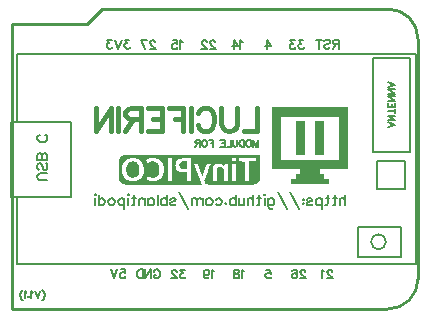
<source format=gbo>
G04 Layer: BottomSilkscreenLayer*
G04 EasyEDA v6.5.9, 2022-07-22 15:10:41*
G04 7b4b3cc524da4ca09f73bc94dfdf97f7,4245c91a3b6e4cf7aa995480f5c7e4a3,10*
G04 Gerber Generator version 0.2*
G04 Scale: 100 percent, Rotated: No, Reflected: No *
G04 Dimensions in millimeters *
G04 leading zeros omitted , absolute positions ,4 integer and 5 decimal *
%FSLAX45Y45*%
%MOMM*%

%ADD10C,0.1500*%
%ADD11C,0.2032*%
%ADD12C,0.4064*%
%ADD13C,0.1524*%
%ADD14C,0.2540*%
%ADD15C,0.1270*%
%ADD16C,0.0102*%

%LPD*%
G36*
X2830220Y18527115D02*
G01*
X1675638Y18526150D01*
X1667154Y18521984D01*
X1662175Y18519292D01*
X1657553Y18516346D01*
X1653336Y18513145D01*
X1649475Y18509589D01*
X1645920Y18505779D01*
X1642719Y18501614D01*
X1641163Y18499226D01*
X2625801Y18499226D01*
X2625801Y18497346D01*
X2737510Y18497346D01*
X2769666Y18496991D01*
X2788818Y18496483D01*
X2791714Y18496127D01*
X2792222Y18494654D01*
X2792882Y18487237D01*
X2792984Y18469508D01*
X2737256Y18469508D01*
X2736291Y18306948D01*
X2702001Y18305881D01*
X2701036Y18468594D01*
X2646222Y18469610D01*
X2646222Y18497346D01*
X2625801Y18497346D01*
X2625801Y18469356D01*
X2593289Y18470422D01*
X2592222Y18499226D01*
X1641163Y18499226D01*
X1639773Y18497092D01*
X1631035Y18479770D01*
X1631035Y18399963D01*
X1659889Y18399963D01*
X1659940Y18408751D01*
X1660296Y18417133D01*
X1660956Y18424652D01*
X1661922Y18430849D01*
X1663344Y18436894D01*
X1665224Y18442736D01*
X1667408Y18448375D01*
X1669999Y18453760D01*
X1672894Y18458891D01*
X1676095Y18463768D01*
X1679651Y18468390D01*
X1683512Y18472759D01*
X1687677Y18476874D01*
X1692148Y18480633D01*
X1696872Y18484088D01*
X1701850Y18487237D01*
X1707134Y18490082D01*
X1712620Y18492571D01*
X1718360Y18494705D01*
X1724304Y18496432D01*
X1729993Y18497600D01*
X1736801Y18498413D01*
X1744370Y18498870D01*
X1752295Y18499023D01*
X1760220Y18498820D01*
X1767738Y18498362D01*
X1774494Y18497499D01*
X1780082Y18496381D01*
X1785874Y18494603D01*
X1791411Y18492571D01*
X1796694Y18490184D01*
X1801723Y18487491D01*
X1807820Y18483529D01*
X1866442Y18483529D01*
X1867611Y18485612D01*
X1870862Y18487745D01*
X1876806Y18490539D01*
X1881886Y18492622D01*
X1893011Y18496280D01*
X1897634Y18497397D01*
X1903272Y18498210D01*
X1909622Y18498769D01*
X1916379Y18499023D01*
X1923338Y18499023D01*
X1930247Y18498718D01*
X1936750Y18498159D01*
X1942592Y18497346D01*
X2083358Y18497346D01*
X2083358Y18439790D01*
X2112162Y18439790D01*
X2112314Y18450052D01*
X2112924Y18457062D01*
X2114143Y18462193D01*
X2116175Y18466714D01*
X2119477Y18472099D01*
X2123186Y18476874D01*
X2127402Y18481040D01*
X2132177Y18484748D01*
X2137511Y18487898D01*
X2143455Y18490590D01*
X2150059Y18492876D01*
X2157374Y18494705D01*
X2165197Y18495822D01*
X2176221Y18496686D01*
X2190546Y18497143D01*
X2208276Y18497346D01*
X2246833Y18497346D01*
X2246833Y18305881D01*
X2212492Y18306948D01*
X2211476Y18380405D01*
X2197100Y18379236D01*
X2190750Y18378932D01*
X2183892Y18378982D01*
X2169566Y18380049D01*
X2162505Y18381014D01*
X2155748Y18382234D01*
X2149602Y18383707D01*
X2144166Y18385383D01*
X2139696Y18387212D01*
X2135581Y18389295D01*
X2131822Y18391733D01*
X2128367Y18394527D01*
X2125268Y18397677D01*
X2122373Y18401233D01*
X2119782Y18405246D01*
X2117394Y18409615D01*
X2114600Y18415914D01*
X2113026Y18421705D01*
X2112314Y18428970D01*
X2112162Y18439790D01*
X2083358Y18439790D01*
X2083358Y18305881D01*
X2049018Y18306948D01*
X2048052Y18497346D01*
X1942592Y18497346D01*
X1947570Y18496280D01*
X1953310Y18494502D01*
X1958898Y18492368D01*
X1964334Y18489828D01*
X1969566Y18486932D01*
X1974545Y18483681D01*
X1979320Y18480125D01*
X1983841Y18476264D01*
X1988108Y18472099D01*
X1992071Y18467679D01*
X1995779Y18463006D01*
X1999132Y18458078D01*
X2002180Y18452896D01*
X2004923Y18447562D01*
X2007260Y18442025D01*
X2009190Y18436285D01*
X2010765Y18430443D01*
X2011730Y18424753D01*
X2012340Y18417540D01*
X2012645Y18409208D01*
X2012696Y18400369D01*
X2012442Y18391581D01*
X2011883Y18383300D01*
X2011070Y18376087D01*
X2010003Y18370499D01*
X2008225Y18364301D01*
X2006092Y18358358D01*
X2003704Y18352719D01*
X2001012Y18347385D01*
X1998014Y18342305D01*
X1994712Y18337530D01*
X1991156Y18333059D01*
X1987346Y18328894D01*
X1983282Y18325033D01*
X1978964Y18321477D01*
X1974342Y18318226D01*
X1969516Y18315330D01*
X1964436Y18312739D01*
X1959152Y18310504D01*
X1953615Y18308574D01*
X1947875Y18306999D01*
X1941880Y18305780D01*
X1935734Y18304916D01*
X1929333Y18304357D01*
X1922780Y18304205D01*
X1916379Y18304408D01*
X1909876Y18304916D01*
X1897024Y18306846D01*
X1885340Y18309640D01*
X1880260Y18311215D01*
X1875942Y18312892D01*
X1872437Y18314670D01*
X1869948Y18316397D01*
X1868576Y18318124D01*
X1868474Y18319800D01*
X1869541Y18324576D01*
X1871827Y18340120D01*
X1872691Y18343168D01*
X1887829Y18338292D01*
X1894230Y18336463D01*
X1900986Y18334990D01*
X1907946Y18333974D01*
X1914956Y18333364D01*
X1921814Y18333212D01*
X1928418Y18333516D01*
X1934565Y18334329D01*
X1940102Y18335548D01*
X1944166Y18337123D01*
X1948484Y18339562D01*
X1952802Y18342610D01*
X1957019Y18346267D01*
X1960981Y18350280D01*
X1964486Y18354548D01*
X1967484Y18358916D01*
X1969719Y18363234D01*
X1971802Y18368721D01*
X1973478Y18374715D01*
X1974748Y18381065D01*
X1975662Y18387720D01*
X1976221Y18394476D01*
X1976374Y18401385D01*
X1976170Y18408243D01*
X1975561Y18415000D01*
X1974596Y18421502D01*
X1973224Y18427750D01*
X1971497Y18433542D01*
X1969363Y18438876D01*
X1966722Y18444108D01*
X1963877Y18448782D01*
X1960778Y18452998D01*
X1957425Y18456757D01*
X1953768Y18460008D01*
X1949805Y18462802D01*
X1945538Y18465139D01*
X1940915Y18467019D01*
X1935988Y18468492D01*
X1930704Y18469508D01*
X1925015Y18470118D01*
X1913991Y18470270D01*
X1909775Y18470067D01*
X1905863Y18469559D01*
X1901901Y18468644D01*
X1897532Y18467273D01*
X1885797Y18462548D01*
X1877669Y18458992D01*
X1875231Y18460618D01*
X1871980Y18465952D01*
X1868830Y18473267D01*
X1866646Y18480786D01*
X1866442Y18483529D01*
X1807820Y18483529D01*
X1811020Y18481192D01*
X1815287Y18477636D01*
X1819249Y18473724D01*
X1822957Y18469559D01*
X1826412Y18465088D01*
X1829562Y18460364D01*
X1832457Y18455335D01*
X1835048Y18450001D01*
X1837334Y18444413D01*
X1839366Y18438571D01*
X1841093Y18432424D01*
X1842516Y18425515D01*
X1843328Y18417844D01*
X1843582Y18408396D01*
X1843328Y18396204D01*
X1842719Y18383250D01*
X1841754Y18374055D01*
X1840077Y18366638D01*
X1837486Y18359069D01*
X1834845Y18352922D01*
X1831797Y18347080D01*
X1828393Y18341492D01*
X1824583Y18336260D01*
X1820468Y18331383D01*
X1815998Y18326862D01*
X1811223Y18322747D01*
X1806193Y18319038D01*
X1800860Y18315736D01*
X1795678Y18312892D01*
X1790395Y18310606D01*
X1784908Y18308726D01*
X1779117Y18307253D01*
X1772818Y18306084D01*
X1765807Y18305272D01*
X1758086Y18304713D01*
X1750771Y18304459D01*
X1743710Y18304662D01*
X1736902Y18305221D01*
X1730349Y18306186D01*
X1723999Y18307507D01*
X1717903Y18309234D01*
X1712061Y18311317D01*
X1706473Y18313755D01*
X1701190Y18316600D01*
X1696161Y18319750D01*
X1691436Y18323255D01*
X1687017Y18327116D01*
X1682851Y18331332D01*
X1678990Y18335904D01*
X1675485Y18340781D01*
X1672234Y18346013D01*
X1669338Y18351550D01*
X1666798Y18357392D01*
X1664563Y18363539D01*
X1662684Y18370042D01*
X1661566Y18375833D01*
X1660753Y18383046D01*
X1660194Y18391225D01*
X1659889Y18399963D01*
X1631035Y18399963D01*
X1631137Y18354446D01*
X1631594Y18329605D01*
X1632051Y18322544D01*
X1632762Y18317819D01*
X1633728Y18314416D01*
X1634998Y18311368D01*
X1637080Y18307405D01*
X1639620Y18303392D01*
X1642618Y18299328D01*
X1645869Y18295366D01*
X1649374Y18291606D01*
X1652981Y18288152D01*
X1656689Y18285053D01*
X1662582Y18281040D01*
X1666087Y18278906D01*
X1669491Y18277535D01*
X1674164Y18276316D01*
X1680819Y18275350D01*
X1690116Y18274538D01*
X1702866Y18273928D01*
X1741373Y18273115D01*
X1801977Y18272709D01*
X2128926Y18272709D01*
X2267813Y18273166D01*
X2329434Y18273928D01*
X2335885Y18274284D01*
X2335885Y18275096D01*
X2334920Y18276620D01*
X2334260Y18277179D01*
X2332990Y18279160D01*
X2327960Y18290336D01*
X2317242Y18317921D01*
X2293162Y18381726D01*
X2273503Y18434710D01*
X2269134Y18447258D01*
X2270455Y18447969D01*
X2274112Y18448578D01*
X2279599Y18448934D01*
X2304084Y18449086D01*
X2331923Y18367756D01*
X2335936Y18356681D01*
X2338425Y18350534D01*
X2338933Y18349671D01*
X2339543Y18350687D01*
X2342642Y18358205D01*
X2354326Y18389396D01*
X2375814Y18449086D01*
X2402890Y18448934D01*
X2408428Y18448578D01*
X2411171Y18447867D01*
X2411577Y18446750D01*
X2400046Y18419216D01*
X2384653Y18381675D01*
X2361793Y18324169D01*
X2356764Y18310707D01*
X2356104Y18308320D01*
X2356411Y18306948D01*
X2427935Y18306948D01*
X2427986Y18375680D01*
X2428240Y18398032D01*
X2428951Y18411342D01*
X2429560Y18415812D01*
X2430373Y18419419D01*
X2431389Y18422721D01*
X2433421Y18427649D01*
X2435860Y18432170D01*
X2438704Y18436285D01*
X2442006Y18439993D01*
X2445613Y18443194D01*
X2449576Y18445886D01*
X2453894Y18448121D01*
X2458466Y18449798D01*
X2465832Y18451576D01*
X2473045Y18452439D01*
X2480208Y18452490D01*
X2487269Y18451677D01*
X2494229Y18450052D01*
X2501087Y18447562D01*
X2507843Y18444210D01*
X2514447Y18439993D01*
X2525420Y18432272D01*
X2529636Y18449086D01*
X2625801Y18449086D01*
X2625801Y18306034D01*
X2592374Y18306034D01*
X2592374Y18449086D01*
X2557119Y18449086D01*
X2556154Y18306948D01*
X2522677Y18306948D01*
X2521508Y18367654D01*
X2520899Y18386501D01*
X2520137Y18399810D01*
X2519172Y18407481D01*
X2518664Y18409107D01*
X2515006Y18414085D01*
X2510282Y18418403D01*
X2504744Y18421908D01*
X2498699Y18424550D01*
X2492400Y18426226D01*
X2486050Y18426836D01*
X2479954Y18426328D01*
X2474366Y18424550D01*
X2471978Y18423382D01*
X2469946Y18422010D01*
X2468270Y18420334D01*
X2466898Y18418098D01*
X2465781Y18415152D01*
X2464866Y18411291D01*
X2464155Y18406364D01*
X2463596Y18400166D01*
X2462834Y18383199D01*
X2461412Y18306948D01*
X2356411Y18306948D01*
X2357780Y18300852D01*
X2362200Y18291454D01*
X2367940Y18282716D01*
X2373528Y18277230D01*
X2376881Y18275757D01*
X2382316Y18274944D01*
X2392527Y18274284D01*
X2436368Y18273522D01*
X2651963Y18272810D01*
X2724353Y18272963D01*
X2751023Y18273369D01*
X2769514Y18274131D01*
X2781655Y18275350D01*
X2786024Y18276163D01*
X2789478Y18277128D01*
X2792374Y18278195D01*
X2794914Y18279465D01*
X2799892Y18282513D01*
X2803550Y18285053D01*
X2807258Y18288101D01*
X2810865Y18291556D01*
X2814370Y18295315D01*
X2817622Y18299277D01*
X2820619Y18303341D01*
X2823159Y18307405D01*
X2825902Y18312892D01*
X2827020Y18316194D01*
X2827883Y18320715D01*
X2828493Y18327776D01*
X2828950Y18338546D01*
X2829458Y18376290D01*
G37*
G36*
X2211527Y18471743D02*
G01*
X2178354Y18470473D01*
X2170480Y18469610D01*
X2164791Y18468238D01*
X2159863Y18466054D01*
X2154936Y18462701D01*
X2150922Y18458332D01*
X2147874Y18453150D01*
X2145842Y18447359D01*
X2144826Y18441111D01*
X2144928Y18434608D01*
X2146198Y18428004D01*
X2148687Y18421553D01*
X2151024Y18417438D01*
X2153920Y18413984D01*
X2157425Y18411190D01*
X2161794Y18409005D01*
X2167077Y18407380D01*
X2173579Y18406160D01*
X2181352Y18405348D01*
X2211527Y18404078D01*
G37*
G36*
X1753717Y18471134D02*
G01*
X1748383Y18470930D01*
X1742998Y18470321D01*
X1737715Y18469305D01*
X1732584Y18467933D01*
X1727707Y18466104D01*
X1723136Y18463971D01*
X1719021Y18461482D01*
X1715363Y18458688D01*
X1712315Y18455589D01*
X1709267Y18451576D01*
X1706473Y18447054D01*
X1703984Y18442127D01*
X1701850Y18436844D01*
X1699971Y18431205D01*
X1698447Y18425261D01*
X1697278Y18419114D01*
X1696415Y18412815D01*
X1695957Y18406414D01*
X1695856Y18399912D01*
X1696161Y18393410D01*
X1696872Y18386907D01*
X1697939Y18380456D01*
X1699310Y18374360D01*
X1700987Y18368721D01*
X1702917Y18363539D01*
X1705152Y18358713D01*
X1707692Y18354344D01*
X1710486Y18350382D01*
X1713636Y18346826D01*
X1717039Y18343727D01*
X1720799Y18341035D01*
X1724812Y18338698D01*
X1729130Y18336818D01*
X1733753Y18335345D01*
X1738680Y18334278D01*
X1743913Y18333618D01*
X1749450Y18333415D01*
X1755902Y18333516D01*
X1761642Y18333923D01*
X1766824Y18334736D01*
X1771497Y18335955D01*
X1775764Y18337580D01*
X1779778Y18339663D01*
X1783537Y18342254D01*
X1787194Y18345353D01*
X1790954Y18349214D01*
X1794306Y18353532D01*
X1797354Y18358307D01*
X1799996Y18363488D01*
X1802231Y18369026D01*
X1804111Y18374918D01*
X1805533Y18381116D01*
X1806600Y18387618D01*
X1807210Y18394324D01*
X1807413Y18401233D01*
X1807159Y18408396D01*
X1806498Y18415660D01*
X1804924Y18425972D01*
X1802841Y18433999D01*
X1799742Y18441314D01*
X1795018Y18449493D01*
X1790192Y18455894D01*
X1784350Y18461177D01*
X1777339Y18465393D01*
X1768856Y18468797D01*
X1764030Y18470067D01*
X1759000Y18470829D01*
G37*
G36*
X2925572Y18931128D02*
G01*
X2925572Y18849746D01*
X3495446Y18849746D01*
X3495446Y18483376D01*
X3006953Y18483376D01*
X3006953Y18849746D01*
X2925572Y18849746D01*
X2925572Y18401944D01*
X3169767Y18401944D01*
X3169767Y18361253D01*
X3129076Y18361253D01*
X3129076Y18320562D01*
X3088386Y18320562D01*
X3088386Y18279872D01*
X3414014Y18279872D01*
X3414014Y18320562D01*
X3373323Y18320562D01*
X3373323Y18361253D01*
X3332632Y18361253D01*
X3332632Y18401944D01*
X3576828Y18401944D01*
X3576828Y18931128D01*
G37*
G36*
X3291890Y18809004D02*
G01*
X3291890Y18524067D01*
X3373323Y18524067D01*
X3373323Y18809004D01*
G37*
G36*
X3129076Y18809004D02*
G01*
X3129076Y18524067D01*
X3210509Y18524067D01*
X3210509Y18809004D01*
G37*
D10*
X2814853Y18650907D02*
G01*
X2814853Y18593633D01*
X2814853Y18650907D02*
G01*
X2793034Y18593633D01*
X2771216Y18650907D02*
G01*
X2793034Y18593633D01*
X2771216Y18650907D02*
G01*
X2771216Y18593633D01*
X2736853Y18650907D02*
G01*
X2742308Y18648179D01*
X2747761Y18642726D01*
X2750489Y18637270D01*
X2753217Y18629088D01*
X2753217Y18615451D01*
X2750489Y18607270D01*
X2747761Y18601817D01*
X2742308Y18596361D01*
X2736853Y18593633D01*
X2725943Y18593633D01*
X2720489Y18596361D01*
X2715036Y18601817D01*
X2712308Y18607270D01*
X2709580Y18615451D01*
X2709580Y18629088D01*
X2712308Y18637270D01*
X2715036Y18642726D01*
X2720489Y18648179D01*
X2725943Y18650907D01*
X2736853Y18650907D01*
X2691582Y18650907D02*
G01*
X2691582Y18593633D01*
X2691582Y18650907D02*
G01*
X2672488Y18650907D01*
X2664307Y18648179D01*
X2658854Y18642726D01*
X2656126Y18637270D01*
X2653398Y18629088D01*
X2653398Y18615451D01*
X2656126Y18607270D01*
X2658854Y18601817D01*
X2664307Y18596361D01*
X2672488Y18593633D01*
X2691582Y18593633D01*
X2635399Y18650907D02*
G01*
X2635399Y18609998D01*
X2632671Y18601817D01*
X2627218Y18596361D01*
X2619034Y18593633D01*
X2613581Y18593633D01*
X2605399Y18596361D01*
X2599943Y18601817D01*
X2597218Y18609998D01*
X2597218Y18650907D01*
X2579217Y18650907D02*
G01*
X2579217Y18593633D01*
X2579217Y18593633D02*
G01*
X2546489Y18593633D01*
X2528491Y18650907D02*
G01*
X2528491Y18593633D01*
X2528491Y18650907D02*
G01*
X2493035Y18650907D01*
X2528491Y18623633D02*
G01*
X2506672Y18623633D01*
X2528491Y18593633D02*
G01*
X2493035Y18593633D01*
X2433035Y18650907D02*
G01*
X2433035Y18593633D01*
X2433035Y18650907D02*
G01*
X2397582Y18650907D01*
X2433035Y18623633D02*
G01*
X2411216Y18623633D01*
X2363218Y18650907D02*
G01*
X2368671Y18648179D01*
X2374127Y18642726D01*
X2376854Y18637270D01*
X2379581Y18629088D01*
X2379581Y18615451D01*
X2376854Y18607270D01*
X2374127Y18601817D01*
X2368671Y18596361D01*
X2363218Y18593633D01*
X2352309Y18593633D01*
X2346853Y18596361D01*
X2341399Y18601817D01*
X2338671Y18607270D01*
X2335944Y18615451D01*
X2335944Y18629088D01*
X2338671Y18637270D01*
X2341399Y18642726D01*
X2346853Y18648179D01*
X2352309Y18650907D01*
X2363218Y18650907D01*
X2317945Y18650907D02*
G01*
X2317945Y18593633D01*
X2317945Y18650907D02*
G01*
X2293399Y18650907D01*
X2285217Y18648179D01*
X2282489Y18645451D01*
X2279764Y18639998D01*
X2279764Y18634542D01*
X2282489Y18629088D01*
X2285217Y18626361D01*
X2293399Y18623633D01*
X2317945Y18623633D01*
X2298854Y18623633D02*
G01*
X2279764Y18593633D01*
D11*
X3551453Y18189803D02*
G01*
X3551453Y18100141D01*
X3551453Y18142813D02*
G01*
X3538753Y18155767D01*
X3530117Y18160085D01*
X3517163Y18160085D01*
X3508781Y18155767D01*
X3504463Y18142813D01*
X3504463Y18100141D01*
X3463569Y18189803D02*
G01*
X3463569Y18117159D01*
X3459251Y18104459D01*
X3450615Y18100141D01*
X3441979Y18100141D01*
X3476269Y18160085D02*
G01*
X3446297Y18160085D01*
X3401085Y18189803D02*
G01*
X3401085Y18117159D01*
X3396767Y18104459D01*
X3388385Y18100141D01*
X3379749Y18100141D01*
X3413785Y18160085D02*
G01*
X3384067Y18160085D01*
X3351555Y18160085D02*
G01*
X3351555Y18070169D01*
X3351555Y18147131D02*
G01*
X3342919Y18155767D01*
X3334537Y18160085D01*
X3321583Y18160085D01*
X3313201Y18155767D01*
X3304565Y18147131D01*
X3300247Y18134431D01*
X3300247Y18125795D01*
X3304565Y18113095D01*
X3313201Y18104459D01*
X3321583Y18100141D01*
X3334537Y18100141D01*
X3342919Y18104459D01*
X3351555Y18113095D01*
X3225063Y18147131D02*
G01*
X3229381Y18155767D01*
X3242081Y18160085D01*
X3255035Y18160085D01*
X3267735Y18155767D01*
X3272053Y18147131D01*
X3267735Y18138749D01*
X3259353Y18134431D01*
X3238017Y18130113D01*
X3229381Y18125795D01*
X3225063Y18117159D01*
X3225063Y18113095D01*
X3229381Y18104459D01*
X3242081Y18100141D01*
X3255035Y18100141D01*
X3267735Y18104459D01*
X3272053Y18113095D01*
X3192551Y18151449D02*
G01*
X3196869Y18147131D01*
X3192551Y18142813D01*
X3188233Y18147131D01*
X3192551Y18151449D01*
X3192551Y18121477D02*
G01*
X3196869Y18117159D01*
X3192551Y18113095D01*
X3188233Y18117159D01*
X3192551Y18121477D01*
X3083331Y18207075D02*
G01*
X3160039Y18070169D01*
X2978175Y18207075D02*
G01*
X3055137Y18070169D01*
X2898673Y18160085D02*
G01*
X2898673Y18091759D01*
X2902991Y18078805D01*
X2907309Y18074487D01*
X2915691Y18070169D01*
X2928645Y18070169D01*
X2937281Y18074487D01*
X2898673Y18147131D02*
G01*
X2907309Y18155767D01*
X2915691Y18160085D01*
X2928645Y18160085D01*
X2937281Y18155767D01*
X2945663Y18147131D01*
X2949981Y18134431D01*
X2949981Y18125795D01*
X2945663Y18113095D01*
X2937281Y18104459D01*
X2928645Y18100141D01*
X2915691Y18100141D01*
X2907309Y18104459D01*
X2898673Y18113095D01*
X2870479Y18189803D02*
G01*
X2866161Y18185739D01*
X2862097Y18189803D01*
X2866161Y18194121D01*
X2870479Y18189803D01*
X2866161Y18160085D02*
G01*
X2866161Y18100141D01*
X2820949Y18189803D02*
G01*
X2820949Y18117159D01*
X2816631Y18104459D01*
X2808249Y18100141D01*
X2799613Y18100141D01*
X2833903Y18160085D02*
G01*
X2803931Y18160085D01*
X2771419Y18189803D02*
G01*
X2771419Y18100141D01*
X2771419Y18142813D02*
G01*
X2758719Y18155767D01*
X2750083Y18160085D01*
X2737129Y18160085D01*
X2728747Y18155767D01*
X2724429Y18142813D01*
X2724429Y18100141D01*
X2696235Y18160085D02*
G01*
X2696235Y18117159D01*
X2691917Y18104459D01*
X2683535Y18100141D01*
X2670581Y18100141D01*
X2661945Y18104459D01*
X2649245Y18117159D01*
X2649245Y18160085D02*
G01*
X2649245Y18100141D01*
X2621051Y18189803D02*
G01*
X2621051Y18100141D01*
X2621051Y18147131D02*
G01*
X2612415Y18155767D01*
X2604033Y18160085D01*
X2591079Y18160085D01*
X2582697Y18155767D01*
X2574061Y18147131D01*
X2569743Y18134431D01*
X2569743Y18125795D01*
X2574061Y18113095D01*
X2582697Y18104459D01*
X2591079Y18100141D01*
X2604033Y18100141D01*
X2612415Y18104459D01*
X2621051Y18113095D01*
X2537231Y18121477D02*
G01*
X2541549Y18117159D01*
X2537231Y18113095D01*
X2533167Y18117159D01*
X2537231Y18121477D01*
X2453665Y18147131D02*
G01*
X2462047Y18155767D01*
X2470683Y18160085D01*
X2483383Y18160085D01*
X2492019Y18155767D01*
X2500655Y18147131D01*
X2504973Y18134431D01*
X2504973Y18125795D01*
X2500655Y18113095D01*
X2492019Y18104459D01*
X2483383Y18100141D01*
X2470683Y18100141D01*
X2462047Y18104459D01*
X2453665Y18113095D01*
X2404135Y18160085D02*
G01*
X2412517Y18155767D01*
X2421153Y18147131D01*
X2425471Y18134431D01*
X2425471Y18125795D01*
X2421153Y18113095D01*
X2412517Y18104459D01*
X2404135Y18100141D01*
X2391181Y18100141D01*
X2382799Y18104459D01*
X2374163Y18113095D01*
X2369845Y18125795D01*
X2369845Y18134431D01*
X2374163Y18147131D01*
X2382799Y18155767D01*
X2391181Y18160085D01*
X2404135Y18160085D01*
X2341651Y18160085D02*
G01*
X2341651Y18100141D01*
X2341651Y18142813D02*
G01*
X2328951Y18155767D01*
X2320315Y18160085D01*
X2307615Y18160085D01*
X2298979Y18155767D01*
X2294661Y18142813D01*
X2294661Y18100141D01*
X2294661Y18142813D02*
G01*
X2281961Y18155767D01*
X2273325Y18160085D01*
X2260625Y18160085D01*
X2251989Y18155767D01*
X2247671Y18142813D01*
X2247671Y18100141D01*
X2142515Y18207075D02*
G01*
X2219477Y18070169D01*
X2067331Y18147131D02*
G01*
X2071649Y18155767D01*
X2084603Y18160085D01*
X2097303Y18160085D01*
X2110257Y18155767D01*
X2114321Y18147131D01*
X2110257Y18138749D01*
X2101621Y18134431D01*
X2080285Y18130113D01*
X2071649Y18125795D01*
X2067331Y18117159D01*
X2067331Y18113095D01*
X2071649Y18104459D01*
X2084603Y18100141D01*
X2097303Y18100141D01*
X2110257Y18104459D01*
X2114321Y18113095D01*
X2039137Y18189803D02*
G01*
X2039137Y18100141D01*
X2039137Y18147131D02*
G01*
X2030755Y18155767D01*
X2022119Y18160085D01*
X2009419Y18160085D01*
X2000783Y18155767D01*
X1992147Y18147131D01*
X1988083Y18134431D01*
X1988083Y18125795D01*
X1992147Y18113095D01*
X2000783Y18104459D01*
X2009419Y18100141D01*
X2022119Y18100141D01*
X2030755Y18104459D01*
X2039137Y18113095D01*
X1959889Y18189803D02*
G01*
X1959889Y18100141D01*
X1880387Y18160085D02*
G01*
X1880387Y18100141D01*
X1880387Y18147131D02*
G01*
X1888769Y18155767D01*
X1897405Y18160085D01*
X1910105Y18160085D01*
X1918741Y18155767D01*
X1927377Y18147131D01*
X1931695Y18134431D01*
X1931695Y18125795D01*
X1927377Y18113095D01*
X1918741Y18104459D01*
X1910105Y18100141D01*
X1897405Y18100141D01*
X1888769Y18104459D01*
X1880387Y18113095D01*
X1852193Y18160085D02*
G01*
X1852193Y18100141D01*
X1852193Y18142813D02*
G01*
X1839239Y18155767D01*
X1830857Y18160085D01*
X1817903Y18160085D01*
X1809521Y18155767D01*
X1805203Y18142813D01*
X1805203Y18100141D01*
X1764055Y18189803D02*
G01*
X1764055Y18117159D01*
X1759737Y18104459D01*
X1751355Y18100141D01*
X1742719Y18100141D01*
X1777009Y18160085D02*
G01*
X1747037Y18160085D01*
X1714525Y18189803D02*
G01*
X1710207Y18185739D01*
X1706143Y18189803D01*
X1710207Y18194121D01*
X1714525Y18189803D01*
X1710207Y18160085D02*
G01*
X1710207Y18100141D01*
X1677949Y18160085D02*
G01*
X1677949Y18070169D01*
X1677949Y18147131D02*
G01*
X1669313Y18155767D01*
X1660677Y18160085D01*
X1647977Y18160085D01*
X1639341Y18155767D01*
X1630959Y18147131D01*
X1626641Y18134431D01*
X1626641Y18125795D01*
X1630959Y18113095D01*
X1639341Y18104459D01*
X1647977Y18100141D01*
X1660677Y18100141D01*
X1669313Y18104459D01*
X1677949Y18113095D01*
X1577111Y18160085D02*
G01*
X1585493Y18155767D01*
X1594129Y18147131D01*
X1598447Y18134431D01*
X1598447Y18125795D01*
X1594129Y18113095D01*
X1585493Y18104459D01*
X1577111Y18100141D01*
X1564157Y18100141D01*
X1555775Y18104459D01*
X1547139Y18113095D01*
X1542821Y18125795D01*
X1542821Y18134431D01*
X1547139Y18147131D01*
X1555775Y18155767D01*
X1564157Y18160085D01*
X1577111Y18160085D01*
X1463319Y18189803D02*
G01*
X1463319Y18100141D01*
X1463319Y18147131D02*
G01*
X1471955Y18155767D01*
X1480591Y18160085D01*
X1493291Y18160085D01*
X1501927Y18155767D01*
X1510309Y18147131D01*
X1514627Y18134431D01*
X1514627Y18125795D01*
X1510309Y18113095D01*
X1501927Y18104459D01*
X1493291Y18100141D01*
X1480591Y18100141D01*
X1471955Y18104459D01*
X1463319Y18113095D01*
X1435125Y18189803D02*
G01*
X1430807Y18185739D01*
X1426743Y18189803D01*
X1430807Y18194121D01*
X1435125Y18189803D01*
X1430807Y18160085D02*
G01*
X1430807Y18100141D01*
D12*
X2802148Y18922334D02*
G01*
X2802148Y18728532D01*
X2802148Y18728532D02*
G01*
X2691404Y18728532D01*
X2630444Y18922334D02*
G01*
X2630444Y18783904D01*
X2621046Y18756218D01*
X2602758Y18737676D01*
X2574818Y18728532D01*
X2556530Y18728532D01*
X2528844Y18737676D01*
X2510302Y18756218D01*
X2501158Y18783904D01*
X2501158Y18922334D01*
X2301514Y18876106D02*
G01*
X2310658Y18894648D01*
X2329200Y18913190D01*
X2347742Y18922334D01*
X2384572Y18922334D01*
X2403114Y18913190D01*
X2421656Y18894648D01*
X2430800Y18876106D01*
X2440198Y18848420D01*
X2440198Y18802446D01*
X2430800Y18774506D01*
X2421656Y18756218D01*
X2403114Y18737676D01*
X2384572Y18728532D01*
X2347742Y18728532D01*
X2329200Y18737676D01*
X2310658Y18756218D01*
X2301514Y18774506D01*
X2240554Y18922334D02*
G01*
X2240554Y18728532D01*
X2179594Y18922334D02*
G01*
X2179594Y18728532D01*
X2179594Y18922334D02*
G01*
X2059452Y18922334D01*
X2179594Y18830132D02*
G01*
X2105680Y18830132D01*
X1998492Y18922334D02*
G01*
X1998492Y18728532D01*
X1998492Y18922334D02*
G01*
X1878604Y18922334D01*
X1998492Y18830132D02*
G01*
X1924578Y18830132D01*
X1998492Y18728532D02*
G01*
X1878604Y18728532D01*
X1817644Y18922334D02*
G01*
X1817644Y18728532D01*
X1817644Y18922334D02*
G01*
X1734332Y18922334D01*
X1706646Y18913190D01*
X1697502Y18904046D01*
X1688358Y18885504D01*
X1688358Y18866962D01*
X1697502Y18848420D01*
X1706646Y18839276D01*
X1734332Y18830132D01*
X1817644Y18830132D01*
X1752874Y18830132D02*
G01*
X1688358Y18728532D01*
X1627398Y18922334D02*
G01*
X1627398Y18728532D01*
X1566438Y18922334D02*
G01*
X1566438Y18728532D01*
X1566438Y18922334D02*
G01*
X1436898Y18728532D01*
X1436898Y18922334D02*
G01*
X1436898Y18728532D01*
D10*
X1027450Y18310956D02*
G01*
X965220Y18310956D01*
X952774Y18315020D01*
X944392Y18323402D01*
X940328Y18335848D01*
X940328Y18344230D01*
X944392Y18356676D01*
X952774Y18365058D01*
X965220Y18369122D01*
X1027450Y18369122D01*
X1015004Y18454720D02*
G01*
X1023386Y18446338D01*
X1027450Y18433892D01*
X1027450Y18417382D01*
X1023386Y18404936D01*
X1015004Y18396554D01*
X1006622Y18396554D01*
X998494Y18400618D01*
X994176Y18404936D01*
X990112Y18413318D01*
X981730Y18438210D01*
X977666Y18446338D01*
X973602Y18450656D01*
X965220Y18454720D01*
X952774Y18454720D01*
X944392Y18446338D01*
X940328Y18433892D01*
X940328Y18417382D01*
X944392Y18404936D01*
X952774Y18396554D01*
X1027450Y18482152D02*
G01*
X940328Y18482152D01*
X1027450Y18482152D02*
G01*
X1027450Y18519490D01*
X1023386Y18532190D01*
X1019322Y18536254D01*
X1010940Y18540318D01*
X1002558Y18540318D01*
X994176Y18536254D01*
X990112Y18532190D01*
X986048Y18519490D01*
X986048Y18482152D02*
G01*
X986048Y18519490D01*
X981730Y18532190D01*
X977666Y18536254D01*
X969284Y18540318D01*
X956838Y18540318D01*
X948456Y18536254D01*
X944392Y18532190D01*
X940328Y18519490D01*
X940328Y18482152D01*
X1006622Y18694242D02*
G01*
X1015004Y18689924D01*
X1023386Y18681796D01*
X1027450Y18673414D01*
X1027450Y18656650D01*
X1023386Y18648522D01*
X1015004Y18640140D01*
X1006622Y18636076D01*
X994176Y18631758D01*
X973602Y18631758D01*
X960902Y18636076D01*
X952774Y18640140D01*
X944392Y18648522D01*
X940328Y18656650D01*
X940328Y18673414D01*
X944392Y18681796D01*
X952774Y18689924D01*
X960902Y18694242D01*
D13*
X1939543Y19477989D02*
G01*
X1939543Y19481292D01*
X1936241Y19488150D01*
X1932686Y19491705D01*
X1925828Y19495262D01*
X1911857Y19495262D01*
X1905000Y19491705D01*
X1901444Y19488150D01*
X1898142Y19481292D01*
X1898142Y19474434D01*
X1901444Y19467576D01*
X1908555Y19457162D01*
X1943100Y19422363D01*
X1894586Y19422363D01*
X1823212Y19495262D02*
G01*
X1858010Y19422363D01*
X1871726Y19495262D02*
G01*
X1823212Y19495262D01*
X2171700Y19481292D02*
G01*
X2164841Y19484848D01*
X2154427Y19495262D01*
X2154427Y19422363D01*
X2089911Y19495262D02*
G01*
X2124709Y19495262D01*
X2128011Y19464020D01*
X2124709Y19467576D01*
X2114295Y19470878D01*
X2103881Y19470878D01*
X2093468Y19467576D01*
X2086609Y19460463D01*
X2083054Y19450050D01*
X2083054Y19443192D01*
X2086609Y19432778D01*
X2093468Y19425920D01*
X2103881Y19422363D01*
X2114295Y19422363D01*
X2124709Y19425920D01*
X2128011Y19429476D01*
X2131568Y19436334D01*
X2447543Y19477989D02*
G01*
X2447543Y19481292D01*
X2444241Y19488150D01*
X2440686Y19491705D01*
X2433827Y19495262D01*
X2419858Y19495262D01*
X2413000Y19491705D01*
X2409443Y19488150D01*
X2406141Y19481292D01*
X2406141Y19474434D01*
X2409443Y19467576D01*
X2416556Y19457162D01*
X2451100Y19422363D01*
X2402586Y19422363D01*
X2376170Y19477989D02*
G01*
X2376170Y19481292D01*
X2372868Y19488150D01*
X2369311Y19491705D01*
X2362454Y19495262D01*
X2348484Y19495262D01*
X2341625Y19491705D01*
X2338070Y19488150D01*
X2334768Y19481292D01*
X2334768Y19474434D01*
X2338070Y19467576D01*
X2345181Y19457162D01*
X2379725Y19422363D01*
X2331211Y19422363D01*
X2679700Y19481292D02*
G01*
X2672841Y19484848D01*
X2662427Y19495262D01*
X2662427Y19422363D01*
X2604770Y19495262D02*
G01*
X2639568Y19446748D01*
X2587497Y19446748D01*
X2604770Y19495262D02*
G01*
X2604770Y19422363D01*
X2886456Y19495262D02*
G01*
X2921000Y19446748D01*
X2868929Y19446748D01*
X2886456Y19495262D02*
G01*
X2886456Y19422363D01*
X3193473Y19495193D02*
G01*
X3155373Y19495193D01*
X3176155Y19467484D01*
X3165764Y19467484D01*
X3158835Y19464020D01*
X3155373Y19460555D01*
X3151908Y19450164D01*
X3151908Y19443237D01*
X3155373Y19432846D01*
X3162300Y19425920D01*
X3172691Y19422455D01*
X3183082Y19422455D01*
X3193473Y19425920D01*
X3196935Y19429384D01*
X3200400Y19436311D01*
X3122122Y19495193D02*
G01*
X3084022Y19495193D01*
X3104804Y19467484D01*
X3094413Y19467484D01*
X3087484Y19464020D01*
X3084022Y19460555D01*
X3080557Y19450164D01*
X3080557Y19443237D01*
X3084022Y19432846D01*
X3090948Y19425920D01*
X3101340Y19422455D01*
X3111731Y19422455D01*
X3122122Y19425920D01*
X3125584Y19429384D01*
X3129048Y19436311D01*
X3492500Y19498055D02*
G01*
X3492500Y19425158D01*
X3492500Y19498055D02*
G01*
X3461258Y19498055D01*
X3450843Y19494500D01*
X3447541Y19490944D01*
X3443986Y19484086D01*
X3443986Y19477228D01*
X3447541Y19470370D01*
X3450843Y19466813D01*
X3461258Y19463258D01*
X3492500Y19463258D01*
X3468370Y19463258D02*
G01*
X3443986Y19425158D01*
X3372611Y19487642D02*
G01*
X3379470Y19494500D01*
X3389884Y19498055D01*
X3403854Y19498055D01*
X3414268Y19494500D01*
X3421125Y19487642D01*
X3421125Y19480529D01*
X3417570Y19473671D01*
X3414268Y19470370D01*
X3407409Y19466813D01*
X3386581Y19459955D01*
X3379470Y19456400D01*
X3376168Y19452844D01*
X3372611Y19445986D01*
X3372611Y19435571D01*
X3379470Y19428713D01*
X3389884Y19425158D01*
X3403854Y19425158D01*
X3414268Y19428713D01*
X3421125Y19435571D01*
X3325622Y19498055D02*
G01*
X3325622Y19425158D01*
X3349752Y19498055D02*
G01*
X3301238Y19498055D01*
X1720342Y19498055D02*
G01*
X1682242Y19498055D01*
X1703070Y19470370D01*
X1692655Y19470370D01*
X1685544Y19466813D01*
X1682242Y19463258D01*
X1678686Y19452844D01*
X1678686Y19445986D01*
X1682242Y19435571D01*
X1689100Y19428713D01*
X1699513Y19425158D01*
X1709928Y19425158D01*
X1720342Y19428713D01*
X1723644Y19432270D01*
X1727200Y19439128D01*
X1655826Y19498055D02*
G01*
X1628139Y19425158D01*
X1600454Y19498055D02*
G01*
X1628139Y19425158D01*
X1570736Y19498055D02*
G01*
X1532636Y19498055D01*
X1553210Y19470370D01*
X1543050Y19470370D01*
X1535937Y19466813D01*
X1532636Y19463258D01*
X1529079Y19452844D01*
X1529079Y19445986D01*
X1532636Y19435571D01*
X1539494Y19428713D01*
X1549907Y19425158D01*
X1560321Y19425158D01*
X1570736Y19428713D01*
X1574037Y19432270D01*
X1577594Y19439128D01*
X1647444Y17554955D02*
G01*
X1682242Y17554955D01*
X1685544Y17523713D01*
X1682242Y17527270D01*
X1671828Y17530571D01*
X1661413Y17530571D01*
X1651000Y17527270D01*
X1644142Y17520158D01*
X1640586Y17509744D01*
X1640586Y17502886D01*
X1644142Y17492471D01*
X1651000Y17485613D01*
X1661413Y17482058D01*
X1671828Y17482058D01*
X1682242Y17485613D01*
X1685544Y17489170D01*
X1689100Y17496028D01*
X1617726Y17554955D02*
G01*
X1590039Y17482058D01*
X1562354Y17554955D02*
G01*
X1590039Y17482058D01*
X1929129Y17537429D02*
G01*
X1932686Y17544542D01*
X1939543Y17551400D01*
X1946656Y17554955D01*
X1960372Y17554955D01*
X1967229Y17551400D01*
X1974341Y17544542D01*
X1977643Y17537429D01*
X1981200Y17527270D01*
X1981200Y17509744D01*
X1977643Y17499329D01*
X1974341Y17492471D01*
X1967229Y17485613D01*
X1960372Y17482058D01*
X1946656Y17482058D01*
X1939543Y17485613D01*
X1932686Y17492471D01*
X1929129Y17499329D01*
X1929129Y17509744D01*
X1946656Y17509744D02*
G01*
X1929129Y17509744D01*
X1906270Y17554955D02*
G01*
X1906270Y17482058D01*
X1906270Y17554955D02*
G01*
X1858010Y17482058D01*
X1858010Y17554955D02*
G01*
X1858010Y17482058D01*
X1835150Y17554955D02*
G01*
X1835150Y17482058D01*
X1835150Y17554955D02*
G01*
X1810765Y17554955D01*
X1800352Y17551400D01*
X1793494Y17544542D01*
X1789937Y17537429D01*
X1786636Y17527270D01*
X1786636Y17509744D01*
X1789937Y17499329D01*
X1793494Y17492471D01*
X1800352Y17485613D01*
X1810765Y17482058D01*
X1835150Y17482058D01*
X2190241Y17552162D02*
G01*
X2152141Y17552162D01*
X2172970Y17524476D01*
X2162556Y17524476D01*
X2155443Y17520920D01*
X2152141Y17517363D01*
X2148586Y17506950D01*
X2148586Y17500092D01*
X2152141Y17489678D01*
X2159000Y17482820D01*
X2169413Y17479263D01*
X2179827Y17479263D01*
X2190241Y17482820D01*
X2193543Y17486376D01*
X2197100Y17493234D01*
X2122170Y17534889D02*
G01*
X2122170Y17538192D01*
X2118868Y17545050D01*
X2115311Y17548605D01*
X2108454Y17552162D01*
X2094484Y17552162D01*
X2087625Y17548605D01*
X2084070Y17545050D01*
X2080768Y17538192D01*
X2080768Y17531334D01*
X2084070Y17524476D01*
X2091181Y17514062D01*
X2125725Y17479263D01*
X2077211Y17479263D01*
X2438400Y17538192D02*
G01*
X2431541Y17541748D01*
X2421127Y17552162D01*
X2421127Y17479263D01*
X2353309Y17527778D02*
G01*
X2356611Y17517363D01*
X2363470Y17510505D01*
X2373884Y17506950D01*
X2377440Y17506950D01*
X2387854Y17510505D01*
X2394711Y17517363D01*
X2398268Y17527778D01*
X2398268Y17531334D01*
X2394711Y17541748D01*
X2387854Y17548605D01*
X2377440Y17552162D01*
X2373884Y17552162D01*
X2363470Y17548605D01*
X2356611Y17541748D01*
X2353309Y17527778D01*
X2353309Y17510505D01*
X2356611Y17493234D01*
X2363470Y17482820D01*
X2373884Y17479263D01*
X2380995Y17479263D01*
X2391409Y17482820D01*
X2394711Y17489678D01*
X2692400Y17538192D02*
G01*
X2685541Y17541748D01*
X2675127Y17552162D01*
X2675127Y17479263D01*
X2634995Y17552162D02*
G01*
X2645409Y17548605D01*
X2648711Y17541748D01*
X2648711Y17534889D01*
X2645409Y17527778D01*
X2638297Y17524476D01*
X2624581Y17520920D01*
X2614168Y17517363D01*
X2607309Y17510505D01*
X2603754Y17503648D01*
X2603754Y17493234D01*
X2607309Y17486376D01*
X2610611Y17482820D01*
X2621025Y17479263D01*
X2634995Y17479263D01*
X2645409Y17482820D01*
X2648711Y17486376D01*
X2652268Y17493234D01*
X2652268Y17503648D01*
X2648711Y17510505D01*
X2641854Y17517363D01*
X2631440Y17520920D01*
X2617470Y17524476D01*
X2610611Y17527778D01*
X2607309Y17534889D01*
X2607309Y17541748D01*
X2610611Y17548605D01*
X2621025Y17552162D01*
X2634995Y17552162D01*
X2879343Y17552162D02*
G01*
X2914141Y17552162D01*
X2917443Y17520920D01*
X2914141Y17524476D01*
X2903727Y17527778D01*
X2893313Y17527778D01*
X2882900Y17524476D01*
X2876041Y17517363D01*
X2872486Y17506950D01*
X2872486Y17500092D01*
X2876041Y17489678D01*
X2882900Y17482820D01*
X2893313Y17479263D01*
X2903727Y17479263D01*
X2914141Y17482820D01*
X2917443Y17486376D01*
X2921000Y17493234D01*
X3209635Y17534775D02*
G01*
X3209635Y17538237D01*
X3206173Y17545164D01*
X3202708Y17548628D01*
X3195782Y17552093D01*
X3181926Y17552093D01*
X3175000Y17548628D01*
X3171535Y17545164D01*
X3168073Y17538237D01*
X3168073Y17531311D01*
X3171535Y17524384D01*
X3178464Y17513993D01*
X3213100Y17479355D01*
X3164608Y17479355D01*
X3100184Y17541702D02*
G01*
X3103648Y17548628D01*
X3114040Y17552093D01*
X3120966Y17552093D01*
X3131357Y17548628D01*
X3138284Y17538237D01*
X3141748Y17520920D01*
X3141748Y17503602D01*
X3138284Y17489746D01*
X3131357Y17482820D01*
X3120966Y17479355D01*
X3117504Y17479355D01*
X3107113Y17482820D01*
X3100184Y17489746D01*
X3096722Y17500137D01*
X3096722Y17503602D01*
X3100184Y17513993D01*
X3107113Y17520920D01*
X3117504Y17524384D01*
X3120966Y17524384D01*
X3131357Y17520920D01*
X3138284Y17513993D01*
X3141748Y17503602D01*
X3438143Y17534889D02*
G01*
X3438143Y17538192D01*
X3434841Y17545050D01*
X3431286Y17548605D01*
X3424427Y17552162D01*
X3410458Y17552162D01*
X3403600Y17548605D01*
X3400043Y17545050D01*
X3396741Y17538192D01*
X3396741Y17531334D01*
X3400043Y17524476D01*
X3407156Y17514062D01*
X3441700Y17479263D01*
X3393186Y17479263D01*
X3370325Y17538192D02*
G01*
X3363468Y17541748D01*
X3353054Y17552162D01*
X3353054Y17479263D01*
D10*
X984209Y17381555D02*
G01*
X989662Y17376099D01*
X995118Y17367918D01*
X1000572Y17357008D01*
X1003300Y17343371D01*
X1003300Y17332464D01*
X1000572Y17318827D01*
X995118Y17307918D01*
X989662Y17299736D01*
X984209Y17294280D01*
X966208Y17370645D02*
G01*
X944389Y17313371D01*
X922573Y17370645D02*
G01*
X944389Y17313371D01*
X904572Y17359736D02*
G01*
X899119Y17362464D01*
X890935Y17370645D01*
X890935Y17313371D01*
X870209Y17327008D02*
G01*
X872937Y17324280D01*
X870209Y17321555D01*
X867481Y17324280D01*
X870209Y17327008D01*
X849482Y17359736D02*
G01*
X844026Y17362464D01*
X835845Y17370645D01*
X835845Y17313371D01*
X817846Y17381555D02*
G01*
X812391Y17376099D01*
X806937Y17367918D01*
X801481Y17357008D01*
X798753Y17343371D01*
X798753Y17332464D01*
X801481Y17318827D01*
X806937Y17307918D01*
X812391Y17299736D01*
X817846Y17294280D01*
X3972052Y18779744D02*
G01*
X3914902Y18757900D01*
X3972052Y18779744D02*
G01*
X3914902Y18801587D01*
X3933952Y18766028D02*
G01*
X3933952Y18793460D01*
X3972052Y18819621D02*
G01*
X3914902Y18819621D01*
X3972052Y18819621D02*
G01*
X3914902Y18857721D01*
X3972052Y18857721D02*
G01*
X3914902Y18857721D01*
X3972052Y18894805D02*
G01*
X3914902Y18894805D01*
X3972052Y18875755D02*
G01*
X3972052Y18913855D01*
X3972052Y18931889D02*
G01*
X3914902Y18931889D01*
X3972052Y18931889D02*
G01*
X3972052Y18967450D01*
X3944874Y18931889D02*
G01*
X3944874Y18953734D01*
X3914902Y18931889D02*
G01*
X3914902Y18967450D01*
X3972052Y18985229D02*
G01*
X3914902Y18985229D01*
X3972052Y18985229D02*
G01*
X3914902Y19023584D01*
X3972052Y19023584D02*
G01*
X3914902Y19023584D01*
X3972052Y19041618D02*
G01*
X3914902Y19041618D01*
X3972052Y19041618D02*
G01*
X3914902Y19079718D01*
X3972052Y19079718D02*
G01*
X3914902Y19079718D01*
X3972052Y19119595D02*
G01*
X3914902Y19097752D01*
X3972052Y19119595D02*
G01*
X3914902Y19141439D01*
X3933952Y19105879D02*
G01*
X3933952Y19133058D01*
D14*
X3907022Y19761200D02*
G01*
X1494022Y19761200D01*
X3907022Y17221200D02*
G01*
X732030Y17221200D01*
X732030Y19634200D01*
X1494022Y19761200D02*
G01*
X1367022Y19634200D01*
X732030Y19634200D01*
X4165600Y19507200D02*
G01*
X4165600Y17475200D01*
D15*
X4100388Y19345374D02*
G01*
X3782888Y19345374D01*
X3782888Y18552256D01*
X4100388Y18552256D01*
X4100388Y19345374D01*
X784753Y17601989D02*
G01*
X769205Y17601989D01*
X769205Y18162059D01*
X782848Y19377756D02*
G01*
X769205Y19377756D01*
X769205Y18815453D01*
X719348Y18806256D02*
G01*
X719348Y18171256D01*
X1227348Y18171256D01*
X1227348Y18806256D01*
X719348Y18806256D01*
X3653990Y17917256D02*
G01*
X3653990Y17663256D01*
X4021348Y17663256D01*
X4021348Y17917256D01*
X3653990Y17917256D01*
X3815283Y18473209D02*
G01*
X3815283Y18234756D01*
X4053098Y18234756D01*
X4053098Y18473209D01*
X3815283Y18473209D01*
X772690Y19379026D02*
G01*
X4148348Y19379026D01*
X4148348Y17601026D01*
X772690Y17601026D01*
G75*
G01*
X3894348Y17790257D02*
G03*
X3894348Y17789571I-63499J-343D01*
D14*
G75*
G01*
X4165597Y17475203D02*
G02*
X3911597Y17221203I-253999J-1D01*
G75*
G01*
X3911597Y19761197D02*
G02*
X4165597Y19507197I1J-253999D01*
M02*

</source>
